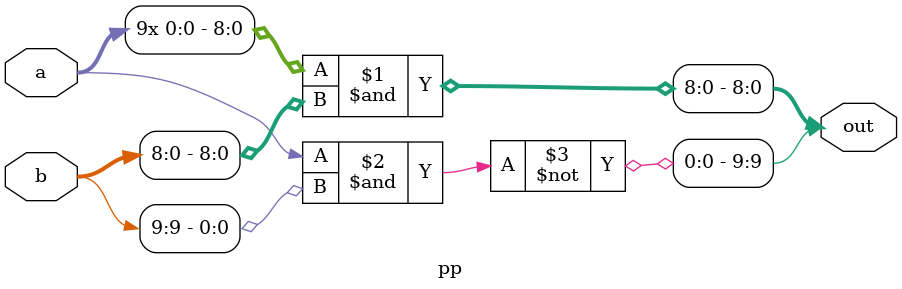
<source format=v>
module pp (
           input a,
			  input [9:0] b,
			  output [9:0] out
			  );
			  
//assign out = ({10{a[0]}} & b) ^ ((1'b1)<<9);
assign out[8:0] = ({9{a}} & b[8:0]);
assign out[9] = ~(a & b[9]);
endmodule

</source>
